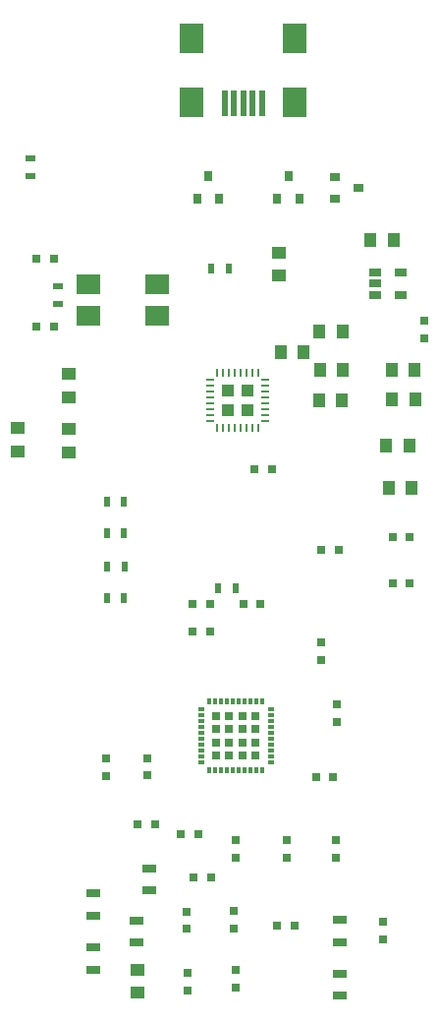
<source format=gbr>
%TF.GenerationSoftware,KiCad,Pcbnew,5.1.8*%
%TF.CreationDate,2020-12-01T22:53:24+08:00*%
%TF.ProjectId,msisdr,6d736973-6472-42e6-9b69-6361645f7063,rev?*%
%TF.SameCoordinates,Original*%
%TF.FileFunction,Paste,Top*%
%TF.FilePolarity,Positive*%
%FSLAX46Y46*%
G04 Gerber Fmt 4.6, Leading zero omitted, Abs format (unit mm)*
G04 Created by KiCad (PCBNEW 5.1.8) date 2020-12-01 22:53:24*
%MOMM*%
%LPD*%
G01*
G04 APERTURE LIST*
%ADD10R,0.800000X0.750000*%
%ADD11R,1.000000X1.250000*%
%ADD12R,1.250000X1.000000*%
%ADD13R,0.750000X0.800000*%
%ADD14R,0.500000X2.300000*%
%ADD15R,2.000000X2.500000*%
%ADD16R,1.300000X0.700000*%
%ADD17R,0.500000X0.900000*%
%ADD18R,0.250000X0.700000*%
%ADD19R,0.700000X0.250000*%
%ADD20R,1.035000X1.035000*%
%ADD21R,0.300000X0.500000*%
%ADD22R,0.500000X0.300000*%
%ADD23R,0.690000X0.690000*%
%ADD24R,0.900000X0.500000*%
%ADD25R,1.060000X0.650000*%
%ADD26R,0.900000X0.800000*%
%ADD27R,2.100000X1.700000*%
%ADD28R,0.800000X0.900000*%
G04 APERTURE END LIST*
D10*
%TO.C,C1*%
X138449000Y-82486000D03*
X136949000Y-82486000D03*
%TD*%
D11*
%TO.C,C2*%
X148329000Y-80416000D03*
X150329000Y-80416000D03*
%TD*%
%TO.C,C3*%
X142579000Y-70656000D03*
X144579000Y-70656000D03*
%TD*%
%TO.C,C4*%
X148549000Y-84106000D03*
X150549000Y-84106000D03*
%TD*%
D12*
%TO.C,C5*%
X120989000Y-81026000D03*
X120989000Y-79026000D03*
%TD*%
D11*
%TO.C,C6*%
X144619000Y-73926000D03*
X142619000Y-73926000D03*
%TD*%
D12*
%TO.C,C7*%
X120979000Y-74286000D03*
X120979000Y-76286000D03*
%TD*%
D11*
%TO.C,C8*%
X142539000Y-76596000D03*
X144539000Y-76596000D03*
%TD*%
D10*
%TO.C,C9*%
X119699000Y-70226000D03*
X118199000Y-70226000D03*
%TD*%
%TO.C,C10*%
X119649000Y-64326000D03*
X118149000Y-64326000D03*
%TD*%
D13*
%TO.C,C11*%
X127706120Y-107352400D03*
X127706120Y-108852400D03*
%TD*%
%TO.C,C12*%
X135366760Y-114428840D03*
X135366760Y-115928840D03*
%TD*%
D10*
%TO.C,C13*%
X142269000Y-109026000D03*
X143769000Y-109026000D03*
%TD*%
D13*
%TO.C,C14*%
X139755880Y-114428840D03*
X139755880Y-115928840D03*
%TD*%
%TO.C,C15*%
X144023080Y-114439000D03*
X144023080Y-115939000D03*
%TD*%
D10*
%TO.C,C16*%
X132103560Y-113926620D03*
X130603560Y-113926620D03*
%TD*%
%TO.C,C17*%
X128385000Y-113042700D03*
X126885000Y-113042700D03*
%TD*%
D11*
%TO.C,C18*%
X148809000Y-76506000D03*
X150809000Y-76506000D03*
%TD*%
D13*
%TO.C,C19*%
X144079000Y-102726000D03*
X144079000Y-104226000D03*
%TD*%
D10*
%TO.C,C20*%
X148859000Y-92326000D03*
X150359000Y-92326000D03*
%TD*%
%TO.C,C21*%
X144209000Y-89446000D03*
X142709000Y-89446000D03*
%TD*%
%TO.C,C22*%
X133119000Y-94106000D03*
X131619000Y-94106000D03*
%TD*%
%TO.C,C23*%
X135999000Y-94056000D03*
X137499000Y-94056000D03*
%TD*%
D13*
%TO.C,C24*%
X124190760Y-107372720D03*
X124190760Y-108872720D03*
%TD*%
D10*
%TO.C,C25*%
X148879000Y-88296000D03*
X150379000Y-88296000D03*
%TD*%
%TO.C,C26*%
X133129720Y-96418400D03*
X131629720Y-96418400D03*
%TD*%
D12*
%TO.C,C27*%
X126911100Y-127568200D03*
X126911100Y-125568200D03*
%TD*%
D13*
%TO.C,C28*%
X131221480Y-125825820D03*
X131221480Y-127325820D03*
%TD*%
%TO.C,C29*%
X135384540Y-125602300D03*
X135384540Y-127102300D03*
%TD*%
%TO.C,C30*%
X148094700Y-122936700D03*
X148094700Y-121436700D03*
%TD*%
%TO.C,C31*%
X131109720Y-120545160D03*
X131109720Y-122045160D03*
%TD*%
D10*
%TO.C,C32*%
X140409360Y-121798080D03*
X138909360Y-121798080D03*
%TD*%
D13*
%TO.C,C33*%
X135161020Y-120489280D03*
X135161020Y-121989280D03*
%TD*%
D10*
%TO.C,C34*%
X131700840Y-117579140D03*
X133200840Y-117579140D03*
%TD*%
D11*
%TO.C,C36*%
X150799000Y-73926000D03*
X148799000Y-73926000D03*
%TD*%
D12*
%TO.C,C37*%
X139090000Y-65820000D03*
X139090000Y-63820000D03*
%TD*%
D11*
%TO.C,C38*%
X148959000Y-62786000D03*
X146959000Y-62786000D03*
%TD*%
D14*
%TO.C,J11*%
X137619000Y-50996000D03*
X136819000Y-50996000D03*
X136019000Y-50996000D03*
X135219000Y-50996000D03*
X134419000Y-50996000D03*
D15*
X140469000Y-50896000D03*
X140469000Y-45396000D03*
X131569000Y-50896000D03*
X131569000Y-45396000D03*
%TD*%
D16*
%TO.C,L1*%
X144360900Y-125884900D03*
X144360900Y-127784900D03*
%TD*%
%TO.C,L2*%
X144322800Y-121274800D03*
X144322800Y-123174800D03*
%TD*%
%TO.C,L3*%
X123090940Y-123642080D03*
X123090940Y-125542080D03*
%TD*%
%TO.C,L4*%
X126796800Y-121312900D03*
X126796800Y-123212900D03*
%TD*%
%TO.C,L5*%
X123035060Y-119004040D03*
X123035060Y-120904040D03*
%TD*%
%TO.C,L6*%
X127939800Y-116855200D03*
X127939800Y-118755200D03*
%TD*%
D17*
%TO.C,R1*%
X133219000Y-65206000D03*
X134719000Y-65206000D03*
%TD*%
%TO.C,R2*%
X133870000Y-92710000D03*
X135370000Y-92710000D03*
%TD*%
D18*
%TO.C,U1*%
X133779000Y-78966000D03*
X134279000Y-78966000D03*
X134779000Y-78966000D03*
X135279000Y-78966000D03*
X135779000Y-78966000D03*
X136279000Y-78966000D03*
X136779000Y-78966000D03*
X137279000Y-78966000D03*
D19*
X137929000Y-78316000D03*
X137929000Y-77816000D03*
X137929000Y-77316000D03*
X137929000Y-76816000D03*
X137929000Y-76316000D03*
X137929000Y-75816000D03*
X137929000Y-75316000D03*
X137929000Y-74816000D03*
D18*
X137279000Y-74166000D03*
X136779000Y-74166000D03*
X136279000Y-74166000D03*
X135779000Y-74166000D03*
X135279000Y-74166000D03*
X134779000Y-74166000D03*
X134279000Y-74166000D03*
X133779000Y-74166000D03*
D19*
X133129000Y-74816000D03*
X133129000Y-75316000D03*
X133129000Y-75816000D03*
X133129000Y-76316000D03*
X133129000Y-76816000D03*
X133129000Y-77316000D03*
X133129000Y-77816000D03*
X133129000Y-78316000D03*
D20*
X136391500Y-75703500D03*
X134666500Y-75703500D03*
X136391500Y-77428500D03*
X134666500Y-77428500D03*
%TD*%
D21*
%TO.C,U2*%
X133109000Y-108426000D03*
X133609000Y-108426000D03*
X134109000Y-108426000D03*
X134609000Y-108426000D03*
X135109000Y-108426000D03*
X135609000Y-108426000D03*
X136109000Y-108426000D03*
X136609000Y-108426000D03*
X137109000Y-108426000D03*
X137609000Y-108426000D03*
D22*
X138359000Y-107676000D03*
X138359000Y-107176000D03*
X138359000Y-106676000D03*
X138359000Y-106176000D03*
X138359000Y-105676000D03*
X138359000Y-105176000D03*
X138359000Y-104676000D03*
X138359000Y-104176000D03*
X138359000Y-103676000D03*
X138359000Y-103176000D03*
D21*
X137609000Y-102426000D03*
X137109000Y-102426000D03*
X136609000Y-102426000D03*
X136109000Y-102426000D03*
X135609000Y-102426000D03*
X135109000Y-102426000D03*
X134609000Y-102426000D03*
X134109000Y-102426000D03*
X133609000Y-102426000D03*
X133109000Y-102426000D03*
D22*
X132359000Y-103176000D03*
X132359000Y-103676000D03*
X132359000Y-104176000D03*
X132359000Y-104676000D03*
X132359000Y-105176000D03*
X132359000Y-105676000D03*
X132359000Y-106176000D03*
X132359000Y-106676000D03*
X132359000Y-107176000D03*
X132359000Y-107676000D03*
D23*
X137084000Y-103701000D03*
X135934000Y-103701000D03*
X134784000Y-103701000D03*
X133634000Y-103701000D03*
X137084000Y-104851000D03*
X135934000Y-104851000D03*
X134784000Y-104851000D03*
X133634000Y-104851000D03*
X137084000Y-106001000D03*
X135934000Y-106001000D03*
X134784000Y-106001000D03*
X133634000Y-106001000D03*
X137084000Y-107151000D03*
X135934000Y-107151000D03*
X134784000Y-107151000D03*
X133634000Y-107151000D03*
%TD*%
D11*
%TO.C,C39*%
X139220000Y-72410000D03*
X141220000Y-72410000D03*
%TD*%
D24*
%TO.C,R3*%
X117690000Y-57240000D03*
X117690000Y-55740000D03*
%TD*%
D13*
%TO.C,C40*%
X151610000Y-71240000D03*
X151610000Y-69740000D03*
%TD*%
D24*
%TO.C,R4*%
X120050000Y-66730000D03*
X120050000Y-68230000D03*
%TD*%
D25*
%TO.C,U3*%
X147400000Y-65560000D03*
X147400000Y-66510000D03*
X147400000Y-67460000D03*
X149600000Y-67460000D03*
X149600000Y-65560000D03*
%TD*%
D26*
%TO.C,U4*%
X143930000Y-57340000D03*
X143930000Y-59240000D03*
X145930000Y-58290000D03*
%TD*%
D27*
%TO.C,Y2*%
X122690000Y-69260000D03*
X128590000Y-69260000D03*
X128590000Y-66560000D03*
X122690000Y-66560000D03*
%TD*%
D28*
%TO.C,D1*%
X132020000Y-59220000D03*
X133920000Y-59220000D03*
X132970000Y-57220000D03*
%TD*%
%TO.C,D2*%
X138940000Y-59230000D03*
X140840000Y-59230000D03*
X139890000Y-57230000D03*
%TD*%
D17*
%TO.C,R5*%
X124220000Y-85260000D03*
X125720000Y-85260000D03*
%TD*%
%TO.C,R6*%
X124240000Y-87990000D03*
X125740000Y-87990000D03*
%TD*%
%TO.C,R7*%
X124260000Y-90850000D03*
X125760000Y-90850000D03*
%TD*%
%TO.C,R8*%
X124240000Y-93550000D03*
X125740000Y-93550000D03*
%TD*%
D12*
%TO.C,C41*%
X116560000Y-78950000D03*
X116560000Y-80950000D03*
%TD*%
D13*
%TO.C,C42*%
X142750000Y-97380000D03*
X142750000Y-98880000D03*
%TD*%
M02*

</source>
